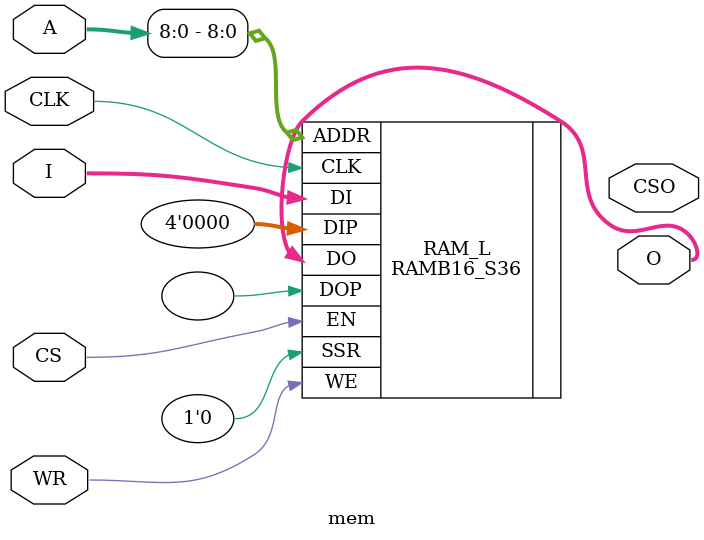
<source format=v>
`timescale 1ns / 1ps

module mem(A, 
           CLK, 
           CS, 
           I, 
           WR, 
           CSO, 
           O);

    input [31:0] A;
    input CLK;
    input CS;
    input [31:0] I;
    input WR;
   output CSO;
   output [31:0] O;
   
   wire H;
   wire L;
   
   RAMB16_S36 #( 
      .INIT(36'h000000000), 
// //; SYMBOLS
// //; 0000c000 timer_ctrl
// //; 0000c001 timer_ar
// //; 0000c002 timer_cntr
// //; 0000c003 timer_stat
// //; 0000f000 display
// //; 0000f001 led
// //; 0000f002 portc
// //; 0000f003 portd
// //; 00000012 cyc
// //; CODE
// 0400c000 //;0000 ldl0	r0,timer_ctrl
// 0410c001 //;0001 ldl0	r1,timer_ar
// 0420c003 //;0002 ldl0	r2,timer_stat
// 0430c002 //;0003 ldl0	r3,timer_cntr
// 0440f000 //;0004 ldl0	r4,display
// 0450f001 //;0005 ldl0	r5,led
// 0460f002 //;0006 ldl0	r6,portc
// 0470f003 //;0007 ldl0	r7,portd
      .INIT_00(256'h0470f003_0460f002_0450f001_0440f000_0430c002_0420c003_0410c001_0400c000),
// 04800002 //;0008 ldl0	r8,2
// 04900000 //;0009 ldl0	r9,0		
// 02950000 //;000a st	r9,r5
// 02960000 //;000b st	r9,r6
// 02970000 //;000c st	r9,r7
// 0590a120 //;000d ldl	r9,500000	
// 06900007 //;000e ldh	r9,500000
// 02910000 //;000f st	r9,r1
      .INIT_01(256'h02910000_06900007_0590a120_02970000_02960000_02950000_04900000_04800002),
// 04a00003 //;0010 ldl0	r10,3		
// 02a00000 //;0011 st	r10,r0
// 01b60000 //;0012 ld	r11,r6
// 07bb0200 //;0013 inc	r11		
// 02b60000 //;0014 st	r11,r6		
// 01930000 //;0015 ld	r9,r3		
// 02940000 //;0016 st	r9,r4		
// 01920000 //;0017 ld	r9,r2		
      .INIT_02(256'h01920000_02940000_01930000_02b60000_07bb0200_01b60000_02a00000_04a00003),
// 07998300 //;0018 and	r9,r9,r8	
// b4f00012 //;0019 jz	cyc
// 02820000 //;001a st	r8,r2		
// 01950000 //;001b ld	r9,r5		
// 04a000ff //;001c ldl0	r10,0xff	
// 0799a400 //;001d xor	r9,r9,r10
// 02950000 //;001e st	r9,r5		
// b4f00012 //;001f jz	cyc
      .INIT_03(256'hb4f00012_02950000_0799a400_04a000ff_01950000_02820000_b4f00012_07998300),
// 01970000 //;0020 ld	r9,r7		
// 07990200 //;0021 inc	r9		
// 02970000 //;0022 st	r9,r7
// 04f00012 //;0023 jmp	cyc
      .INIT_04(256'h00000000_00000000_00000000_00000000_04f00012_02970000_07990200_01970000),
      .INIT_05(256'h00000000_00000000_00000000_00000000_00000000_00000000_00000000_00000000),
      .INIT_06(256'h00000000_00000000_00000000_00000000_00000000_00000000_00000000_00000000),
      .INIT_07(256'h00000000_00000000_00000000_00000000_00000000_00000000_00000000_00000000),
      .INIT_08(256'h00000000_00000000_00000000_00000000_00000000_00000000_00000000_00000000),
      .INIT_09(256'h00000000_00000000_00000000_00000000_00000000_00000000_00000000_00000000),
      .INIT_0A(256'h00000000_00000000_00000000_00000000_00000000_00000000_00000000_00000000),
      .INIT_0B(256'h00000000_00000000_00000000_00000000_00000000_00000000_00000000_00000000),
      .INIT_0C(256'h00000000_00000000_00000000_00000000_00000000_00000000_00000000_00000000),
      .INIT_0D(256'h00000000_00000000_00000000_00000000_00000000_00000000_00000000_00000000),
      .INIT_0E(256'h00000000_00000000_00000000_00000000_00000000_00000000_00000000_00000000),
      .INIT_0F(256'h00000000_00000000_00000000_00000000_00000000_00000000_00000000_00000000),
      .INIT_10(256'h00000000_00000000_00000000_00000000_00000000_00000000_00000000_00000000),
      .INIT_11(256'h00000000_00000000_00000000_00000000_00000000_00000000_00000000_00000000),
      .INIT_12(256'h00000000_00000000_00000000_00000000_00000000_00000000_00000000_00000000),
      .INIT_13(256'h00000000_00000000_00000000_00000000_00000000_00000000_00000000_00000000),
      .INIT_14(256'h00000000_00000000_00000000_00000000_00000000_00000000_00000000_00000000),
      .INIT_15(256'h00000000_00000000_00000000_00000000_00000000_00000000_00000000_00000000),
      .INIT_16(256'h00000000_00000000_00000000_00000000_00000000_00000000_00000000_00000000),
      .INIT_17(256'h00000000_00000000_00000000_00000000_00000000_00000000_00000000_00000000),
      .INIT_18(256'h00000000_00000000_00000000_00000000_00000000_00000000_00000000_00000000),
      .INIT_19(256'h00000000_00000000_00000000_00000000_00000000_00000000_00000000_00000000),
      .INIT_1A(256'h00000000_00000000_00000000_00000000_00000000_00000000_00000000_00000000),
      .INIT_1B(256'h00000000_00000000_00000000_00000000_00000000_00000000_00000000_00000000),
      .INIT_1C(256'h00000000_00000000_00000000_00000000_00000000_00000000_00000000_00000000),
      .INIT_1D(256'h00000000_00000000_00000000_00000000_00000000_00000000_00000000_00000000),
      .INIT_1E(256'h00000000_00000000_00000000_00000000_00000000_00000000_00000000_00000000),
      .INIT_1F(256'h00000000_00000000_00000000_00000000_00000000_00000000_00000000_00000000),
      .INIT_20(256'h00000000_00000000_00000000_00000000_00000000_00000000_00000000_00000000),
      .INIT_21(256'h00000000_00000000_00000000_00000000_00000000_00000000_00000000_00000000),
      .INIT_22(256'h00000000_00000000_00000000_00000000_00000000_00000000_00000000_00000000),
      .INIT_23(256'h00000000_00000000_00000000_00000000_00000000_00000000_00000000_00000000),
      .INIT_24(256'h00000000_00000000_00000000_00000000_00000000_00000000_00000000_00000000),
      .INIT_25(256'h00000000_00000000_00000000_00000000_00000000_00000000_00000000_00000000),
      .INIT_26(256'h00000000_00000000_00000000_00000000_00000000_00000000_00000000_00000000),
      .INIT_27(256'h00000000_00000000_00000000_00000000_00000000_00000000_00000000_00000000),
      .INIT_28(256'h00000000_00000000_00000000_00000000_00000000_00000000_00000000_00000000),
      .INIT_29(256'h00000000_00000000_00000000_00000000_00000000_00000000_00000000_00000000),
      .INIT_2A(256'h00000000_00000000_00000000_00000000_00000000_00000000_00000000_00000000),
      .INIT_2B(256'h00000000_00000000_00000000_00000000_00000000_00000000_00000000_00000000),
      .INIT_2C(256'h00000000_00000000_00000000_00000000_00000000_00000000_00000000_00000000),
      .INIT_2D(256'h00000000_00000000_00000000_00000000_00000000_00000000_00000000_00000000),
      .INIT_2E(256'h00000000_00000000_00000000_00000000_00000000_00000000_00000000_00000000),
      .INIT_2F(256'h00000000_00000000_00000000_00000000_00000000_00000000_00000000_00000000),
      .INIT_30(256'h00000000_00000000_00000000_00000000_00000000_00000000_00000000_00000000),
      .INIT_31(256'h00000000_00000000_00000000_00000000_00000000_00000000_00000000_00000000),
      .INIT_32(256'h00000000_00000000_00000000_00000000_00000000_00000000_00000000_00000000),
      .INIT_33(256'h00000000_00000000_00000000_00000000_00000000_00000000_00000000_00000000),
      .INIT_34(256'h00000000_00000000_00000000_00000000_00000000_00000000_00000000_00000000),
      .INIT_35(256'h00000000_00000000_00000000_00000000_00000000_00000000_00000000_00000000),
      .INIT_36(256'h00000000_00000000_00000000_00000000_00000000_00000000_00000000_00000000),
      .INIT_37(256'h00000000_00000000_00000000_00000000_00000000_00000000_00000000_00000000),
      .INIT_38(256'h00000000_00000000_00000000_00000000_00000000_00000000_00000000_00000000),
      .INIT_39(256'h00000000_00000000_00000000_00000000_00000000_00000000_00000000_00000000),
      .INIT_3A(256'h00000000_00000000_00000000_00000000_00000000_00000000_00000000_00000000),
      .INIT_3B(256'h00000000_00000000_00000000_00000000_00000000_00000000_00000000_00000000),
      .INIT_3C(256'h00000000_00000000_00000000_00000000_00000000_00000000_00000000_00000000),
      .INIT_3D(256'h00000000_00000000_00000000_00000000_00000000_00000000_00000000_00000000),
      .INIT_3E(256'h00000000_00000000_00000000_00000000_00000000_00000000_00000000_00000000),
      .INIT_3F(256'h00000000_00000000_00000000_00000000_00000000_00000000_00000000_00000000),

      .INITP_00(256'h0000000000000000000000000000000000000000000000000000000000000000), 
      .INITP_01(256'h0000000000000000000000000000000000000000000000000000000000000000), 
      .INITP_02(256'h0000000000000000000000000000000000000000000000000000000000000000), 
      .INITP_03(256'h0000000000000000000000000000000000000000000000000000000000000000), 
      .INITP_04(256'h0000000000000000000000000000000000000000000000000000000000000000), 
      .INITP_05(256'h0000000000000000000000000000000000000000000000000000000000000000), 
      .INITP_06(256'h0000000000000000000000000000000000000000000000000000000000000000), 
      .INITP_07(256'h0000000000000000000000000000000000000000000000000000000000000000), 
      .SRVAL(36'h000000000), .WRITE_MODE("WRITE_FIRST") ) RAM_L 
      (.ADDR(A[8:0]), 
                  .CLK(CLK), 
                  .DI(I[31:0]), 
                  .DIP({4'd0/*L, L, L, L*/}), 
                  .EN(CS), 
                  .SSR(1'b0/*L*/), 
                  .WE(WR), 
                  .DO(O[31:0]), 
                  .DOP());
   //GND  XLXI_7 (.G(L));
   //VCC  XLXI_9 (.P(H));
   //BUF  XLXI_10 (.I(CS), 
   //             .O(CSO));
endmodule
</source>
